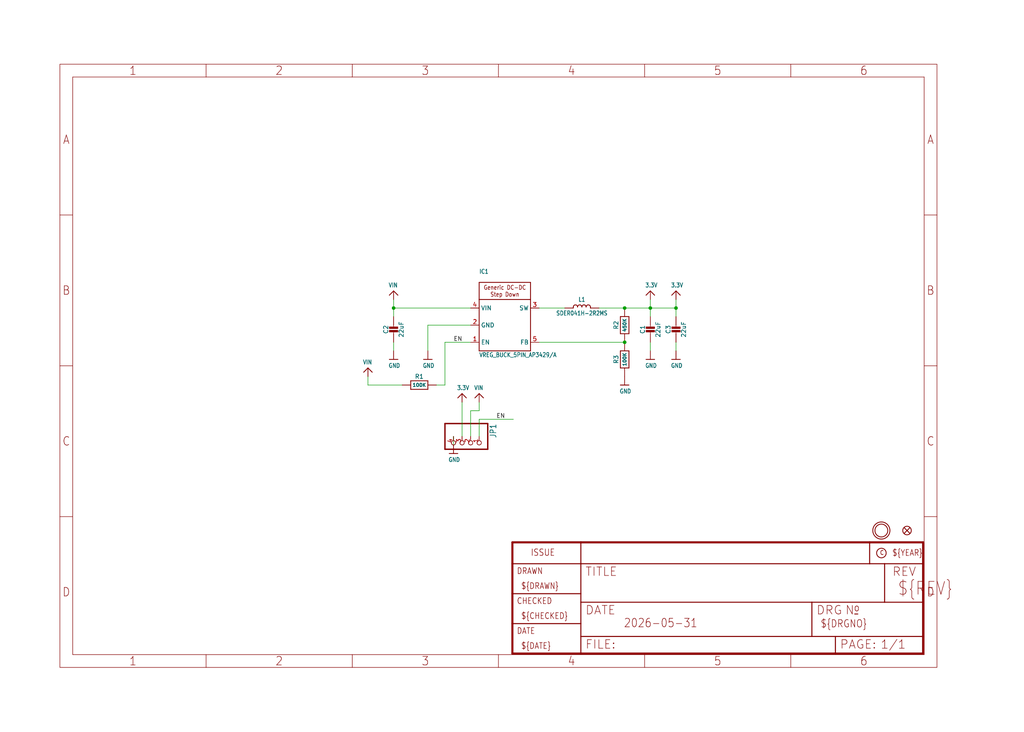
<source format=kicad_sch>
(kicad_sch (version 20230121) (generator eeschema)
  (paper "User" 303.962 217.322)
  (lib_symbols
    (symbol "working-eagle-import:3.3V" (power)
      (property "Value" "3.3V" (at -1.524 1.016 0))
      (symbol "3.3V_1_0"
        (polyline (pts (xy -1.27 -1.27) (xy 0 0)) (stroke (width 0.254)))
        (polyline (pts (xy 0 0) (xy 1.27 -1.27)) (stroke (width 0.254)))
        (pin power_in line (at 0 -2.54 90) (length 2.54) (name "3.3V") (number "1"))
      )
    )
    (symbol "working-eagle-import:CAP_CERAMIC0805-NOOUTLINE"
      (property "Reference" "C" (at -2.29 1.25 90))
      (symbol "CAP_CERAMIC0805-NOOUTLINE_1_0"
        (rectangle (start -1.27 0.508) (end 1.27 1.016) (fill (type outline)))
        (rectangle (start -1.27 1.524) (end 1.27 2.032) (fill (type outline)))
        (polyline (pts (xy 0 0.762) (xy 0 0)) (stroke (width 0.1524)))
        (polyline (pts (xy 0 2.54) (xy 0 1.778)) (stroke (width 0.1524)))
        (pin passive line (at 0 5.08 270) (length 2.54) (name "1") (number "1"))
        (pin passive line (at 0 -2.54 90) (length 2.54) (name "2") (number "2"))
      )
    )
    (symbol "working-eagle-import:FIDUCIAL_1MM"
      (symbol "FIDUCIAL_1MM_1_0"
        (polyline (pts (xy -0.762 0.762) (xy 0.762 -0.762)) (stroke (width 0.254)))
        (polyline (pts (xy 0.762 0.762) (xy -0.762 -0.762)) (stroke (width 0.254)))
        (circle (center 0 0) (radius 1.27) (stroke (width 0.254)))
      )
    )
    (symbol "working-eagle-import:FRAME_A4"
      (symbol "FRAME_A4_1_0"
        (polyline (pts (xy 0 44.7675) (xy 3.81 44.7675)))
        (polyline (pts (xy 0 89.535) (xy 3.81 89.535)))
        (polyline (pts (xy 0 134.3025) (xy 3.81 134.3025)))
        (polyline (pts (xy 3.81 3.81) (xy 3.81 175.26)))
        (polyline (pts (xy 43.3917 0) (xy 43.3917 3.81)))
        (polyline (pts (xy 43.3917 175.26) (xy 43.3917 179.07)))
        (polyline (pts (xy 86.7833 0) (xy 86.7833 3.81)))
        (polyline (pts (xy 86.7833 175.26) (xy 86.7833 179.07)))
        (polyline (pts (xy 130.175 0) (xy 130.175 3.81)))
        (polyline (pts (xy 130.175 175.26) (xy 130.175 179.07)))
        (polyline (pts (xy 173.5667 0) (xy 173.5667 3.81)))
        (polyline (pts (xy 173.5667 175.26) (xy 173.5667 179.07)))
        (polyline (pts (xy 216.9583 0) (xy 216.9583 3.81)))
        (polyline (pts (xy 216.9583 175.26) (xy 216.9583 179.07)))
        (polyline (pts (xy 256.54 3.81) (xy 3.81 3.81)))
        (polyline (pts (xy 256.54 3.81) (xy 256.54 8.89)) (stroke (width 0.1016)))
        (polyline (pts (xy 256.54 3.81) (xy 256.54 175.26)))
        (polyline (pts (xy 256.54 8.89) (xy 256.54 13.97)) (stroke (width 0.1016)))
        (polyline (pts (xy 256.54 13.97) (xy 256.54 19.05)) (stroke (width 0.1016)))
        (polyline (pts (xy 256.54 19.05) (xy 256.54 36.83)) (stroke (width 0.1016)))
        (polyline (pts (xy 256.54 44.7675) (xy 260.35 44.7675)))
        (polyline (pts (xy 256.54 89.535) (xy 260.35 89.535)))
        (polyline (pts (xy 256.54 134.3025) (xy 260.35 134.3025)))
        (polyline (pts (xy 256.54 175.26) (xy 3.81 175.26)))
        (polyline (pts (xy 0 0) (xy 260.35 0) (xy 260.35 179.07) (xy 0 179.07) (xy 0 0)))
        (text "1" (at 21.6958 1.905 0) (effects (font (size 2.54 2.286))))
        (text "1" (at 21.6958 177.165 0) (effects (font (size 2.54 2.286))))
        (text "2" (at 65.0875 1.905 0) (effects (font (size 2.54 2.286))))
        (text "2" (at 65.0875 177.165 0) (effects (font (size 2.54 2.286))))
        (text "3" (at 108.4792 1.905 0) (effects (font (size 2.54 2.286))))
        (text "3" (at 108.4792 177.165 0) (effects (font (size 2.54 2.286))))
        (text "4" (at 151.8708 1.905 0) (effects (font (size 2.54 2.286))))
        (text "4" (at 151.8708 177.165 0) (effects (font (size 2.54 2.286))))
        (text "5" (at 195.2625 1.905 0) (effects (font (size 2.54 2.286))))
        (text "5" (at 195.2625 177.165 0) (effects (font (size 2.54 2.286))))
        (text "6" (at 238.6542 1.905 0) (effects (font (size 2.54 2.286))))
        (text "6" (at 238.6542 177.165 0) (effects (font (size 2.54 2.286))))
        (text "A" (at 1.905 156.6863 0) (effects (font (size 2.54 2.286))))
        (text "A" (at 258.445 156.6863 0) (effects (font (size 2.54 2.286))))
        (text "B" (at 1.905 111.9188 0) (effects (font (size 2.54 2.286))))
        (text "B" (at 258.445 111.9188 0) (effects (font (size 2.54 2.286))))
        (text "C" (at 1.905 67.1513 0) (effects (font (size 2.54 2.286))))
        (text "C" (at 258.445 67.1513 0) (effects (font (size 2.54 2.286))))
        (text "D" (at 1.905 22.3838 0) (effects (font (size 2.54 2.286))))
        (text "D" (at 258.445 22.3838 0) (effects (font (size 2.54 2.286))))
      )
      (symbol "FRAME_A4_2_0"
        (polyline (pts (xy -0.3048 1.5748) (xy 20.0152 1.5748)) (stroke (width 0.6096)))
        (polyline (pts (xy -0.3048 10.4648) (xy -0.3048 1.5748)) (stroke (width 0.6096)))
        (polyline (pts (xy -0.3048 10.4648) (xy 20.0152 10.4648)) (stroke (width 0.3048)))
        (polyline (pts (xy -0.3048 19.3548) (xy -0.3048 10.4648)) (stroke (width 0.6096)))
        (polyline (pts (xy -0.3048 19.3548) (xy 20.0152 19.3548)) (stroke (width 0.3048)))
        (polyline (pts (xy -0.3048 28.2448) (xy -0.3048 19.3548)) (stroke (width 0.6096)))
        (polyline (pts (xy -0.3048 28.2448) (xy 20.0152 28.2448)) (stroke (width 0.3048)))
        (polyline (pts (xy -0.3048 34.5948) (xy -0.3048 28.2448)) (stroke (width 0.6096)))
        (polyline (pts (xy 20.0152 1.5748) (xy 20.0152 6.6548)) (stroke (width 0.3048)))
        (polyline (pts (xy 20.0152 1.5748) (xy 95.5802 1.5748)) (stroke (width 0.6096)))
        (polyline (pts (xy 20.0152 6.6548) (xy 20.0152 10.4648)) (stroke (width 0.3048)))
        (polyline (pts (xy 20.0152 6.6548) (xy 88.5952 6.6548)) (stroke (width 0.3048)))
        (polyline (pts (xy 20.0152 10.4648) (xy 20.0152 16.8148)) (stroke (width 0.3048)))
        (polyline (pts (xy 20.0152 16.8148) (xy 20.0152 19.3548)) (stroke (width 0.3048)))
        (polyline (pts (xy 20.0152 19.3548) (xy 20.0152 28.2448)) (stroke (width 0.3048)))
        (polyline (pts (xy 20.0152 28.2448) (xy 20.0152 34.5948)) (stroke (width 0.3048)))
        (polyline (pts (xy 20.0152 28.2448) (xy 105.7402 28.2448)) (stroke (width 0.3048)))
        (polyline (pts (xy 20.0152 34.5948) (xy -0.3048 34.5948)) (stroke (width 0.6096)))
        (polyline (pts (xy 88.5952 6.6548) (xy 95.5802 6.6548)) (stroke (width 0.3048)))
        (polyline (pts (xy 88.5952 16.8148) (xy 20.0152 16.8148)) (stroke (width 0.3048)))
        (polyline (pts (xy 88.5952 16.8148) (xy 88.5952 6.6548)) (stroke (width 0.3048)))
        (polyline (pts (xy 95.5802 1.5748) (xy 121.6152 1.5748)) (stroke (width 0.6096)))
        (polyline (pts (xy 95.5802 6.6548) (xy 95.5802 1.5748)) (stroke (width 0.3048)))
        (polyline (pts (xy 95.5802 6.6548) (xy 121.6152 6.6548)) (stroke (width 0.3048)))
        (polyline (pts (xy 101.2952 13.3223) (xy 102.2477 13.3223)) (stroke (width 0.254)))
        (polyline (pts (xy 105.7402 28.2448) (xy 105.7402 34.5948)) (stroke (width 0.3048)))
        (polyline (pts (xy 105.7402 28.2448) (xy 110.1852 28.2448)) (stroke (width 0.3048)))
        (polyline (pts (xy 105.7402 34.5948) (xy 20.0152 34.5948)) (stroke (width 0.6096)))
        (polyline (pts (xy 110.1852 16.8148) (xy 88.5952 16.8148)) (stroke (width 0.3048)))
        (polyline (pts (xy 110.1852 28.2448) (xy 110.1852 16.8148)) (stroke (width 0.3048)))
        (polyline (pts (xy 110.1852 28.2448) (xy 121.6152 28.2448)) (stroke (width 0.3048)))
        (polyline (pts (xy 121.6152 6.6548) (xy 121.6152 1.5748)) (stroke (width 0.6096)))
        (polyline (pts (xy 121.6152 16.8148) (xy 110.1852 16.8148)) (stroke (width 0.3048)))
        (polyline (pts (xy 121.6152 16.8148) (xy 121.6152 6.6548)) (stroke (width 0.6096)))
        (polyline (pts (xy 121.6152 28.2448) (xy 121.6152 16.8148)) (stroke (width 0.6096)))
        (polyline (pts (xy 121.6152 34.5948) (xy 105.7402 34.5948)) (stroke (width 0.6096)))
        (polyline (pts (xy 121.6152 34.5948) (xy 121.6152 28.2448)) (stroke (width 0.6096)))
        (circle (center 109.2327 31.4198) (radius 1.4199) (stroke (width 0.254)))
        (text "${#}/${##}" (at 108.9152 2.8448 0) (effects (font (size 2.54 2.54)) (justify left bottom)))
        (text "${CHECKED}" (at 2.2352 11.7348 0) (effects (font (size 1.778 1.5113)) (justify left bottom)))
        (text "${COMPANY}" (at 23.349 29.6735 0) (effects (font (size 3.175 2.6987) (thickness 0.5397) bold) (justify left bottom)))
        (text "${CURRENT_DATE}" (at 32.7152 9.1948 0) (effects (font (size 2.54 2.159)) (justify left bottom)))
        (text "${DATE}" (at 2.2352 2.8448 0) (effects (font (size 1.778 1.5113)) (justify left bottom)))
        (text "${DRAWN}" (at 2.2352 20.6248 0) (effects (font (size 1.778 1.5113)) (justify left bottom)))
        (text "${DRGNO}" (at 91.1352 9.1948 0) (effects (font (size 2.1844 1.8567)) (justify left bottom)))
        (text "${PROJECTNAME}" (at 33.0327 2.8448 0) (effects (font (size 2.54 2.159)) (justify left bottom)))
        (text "${REV}" (at 113.9952 18.7198 0) (effects (font (size 3.81 3.2385)) (justify left bottom)))
        (text "${YEAR}" (at 112.4077 30.4673 0) (effects (font (size 1.778 1.5113)) (justify left bottom)))
        (text "C" (at 108.7564 30.7848 0) (effects (font (size 1.27 1.0795)) (justify left bottom)))
        (text "CHECKED" (at 0.9652 16.1798 0) (effects (font (size 1.778 1.5113)) (justify left bottom)))
        (text "DATE" (at 0.9652 7.2898 0) (effects (font (size 1.778 1.5113)) (justify left bottom)))
        (text "DATE" (at 21.2852 13.0048 0) (effects (font (size 2.54 2.54)) (justify left bottom)))
        (text "DRAWN" (at 0.9652 25.0698 0) (effects (font (size 1.778 1.5113)) (justify left bottom)))
        (text "DRG" (at 89.8652 13.0048 0) (effects (font (size 2.54 2.54)) (justify left bottom)))
        (text "FILE:" (at 21.2852 2.8448 0) (effects (font (size 2.54 2.54)) (justify left bottom)))
        (text "ISSUE" (at 5.0927 30.4673 0) (effects (font (size 1.9304 1.6408)) (justify left bottom)))
        (text "N" (at 98.4377 13.0048 0) (effects (font (size 2.54 2.54)) (justify left bottom)))
        (text "o" (at 100.9777 13.9573 0) (effects (font (size 2.1844 1.8567)) (justify left bottom)))
        (text "PAGE:" (at 96.8502 2.8448 0) (effects (font (size 2.54 2.54)) (justify left bottom)))
        (text "REV" (at 112.4077 24.4348 0) (effects (font (size 2.54 2.54)) (justify left bottom)))
        (text "TITLE" (at 21.2852 24.4348 0) (effects (font (size 2.54 2.54)) (justify left bottom)))
      )
    )
    (symbol "working-eagle-import:GND" (power)
      (property "Value" "GND" (at -1.524 -2.54 0))
      (symbol "GND_1_0"
        (polyline (pts (xy -1.27 0) (xy 1.27 0)) (stroke (width 0.254)))
        (pin power_in line (at 0 2.54 270) (length 2.54) (name "GND") (number "1"))
      )
    )
    (symbol "working-eagle-import:HEADER-1X4ROUND"
      (property "Reference" "JP" (at -6.35 8.255 0))
      (symbol "HEADER-1X4ROUND_1_0"
        (polyline (pts (xy -6.35 -5.08) (xy 1.27 -5.08)) (stroke (width 0.4064)))
        (polyline (pts (xy -6.35 7.62) (xy -6.35 -5.08)) (stroke (width 0.4064)))
        (polyline (pts (xy 1.27 -5.08) (xy 1.27 7.62)) (stroke (width 0.4064)))
        (polyline (pts (xy 1.27 7.62) (xy -6.35 7.62)) (stroke (width 0.4064)))
        (pin passive inverted (at -2.54 5.08 0) (length 2.54) (name "1") (number "1"))
        (pin passive inverted (at -2.54 2.54 0) (length 2.54) (name "2") (number "2"))
        (pin passive inverted (at -2.54 0 0) (length 2.54) (name "3") (number "3"))
        (pin passive inverted (at -2.54 -2.54 0) (length 2.54) (name "4") (number "4"))
      )
    )
    (symbol "working-eagle-import:INDUCTORNRH2412T"
      (property "Reference" "L" (at 0 2.54 0))
      (symbol "INDUCTORNRH2412T_1_0"
        (arc (start -1.27 0.3173) (mid -1.9049 0.9497) (end -2.54 0.3175) (stroke (width 0.254)))
        (polyline (pts (xy -2.54 0.3175) (xy -2.54 0)) (stroke (width 0.254)))
        (polyline (pts (xy 2.54 0.3175) (xy 2.54 0)) (stroke (width 0.254)))
        (arc (start 0 0.3173) (mid -0.6349 0.9497) (end -1.27 0.3175) (stroke (width 0.254)))
        (arc (start 1.27 0.3173) (mid 0.6351 0.9497) (end 0 0.3175) (stroke (width 0.254)))
        (arc (start 2.54 0.3173) (mid 1.9051 0.9497) (end 1.27 0.3175) (stroke (width 0.254)))
        (pin passive line (at -5.08 0 0) (length 2.54) (name "1") (number "1"))
        (pin passive line (at 5.08 0 180) (length 2.54) (name "2") (number "2"))
      )
    )
    (symbol "working-eagle-import:MOUNTINGHOLE2.5"
      (symbol "MOUNTINGHOLE2.5_1_0"
        (circle (center 0 0) (radius 1.905) (stroke (width 0.254)))
        (circle (center 0 0) (radius 2.54) (stroke (width 0.254)))
      )
    )
    (symbol "working-eagle-import:RESISTOR_0603_NOOUT"
      (property "Reference" "R" (at 0 2.54 0))
      (symbol "RESISTOR_0603_NOOUT_1_0"
        (polyline (pts (xy -2.54 -1.27) (xy -2.54 1.27)) (stroke (width 0.254)))
        (polyline (pts (xy -2.54 1.27) (xy 2.54 1.27)) (stroke (width 0.254)))
        (polyline (pts (xy 2.54 -1.27) (xy -2.54 -1.27)) (stroke (width 0.254)))
        (polyline (pts (xy 2.54 1.27) (xy 2.54 -1.27)) (stroke (width 0.254)))
        (pin passive line (at -5.08 0 0) (length 2.54) (name "1") (number "1"))
        (pin passive line (at 5.08 0 180) (length 2.54) (name "2") (number "2"))
      )
    )
    (symbol "working-eagle-import:VIN" (power)
      (property "Value" "VIN" (at -1.524 1.016 0))
      (symbol "VIN_1_0"
        (polyline (pts (xy -1.27 -1.27) (xy 0 0)) (stroke (width 0.254)))
        (polyline (pts (xy 0 0) (xy 1.27 -1.27)) (stroke (width 0.254)))
        (pin power_in line (at 0 -2.54 90) (length 2.54) (name "VIN") (number "1"))
      )
    )
    (symbol "working-eagle-import:VREG_BUCK_5PIN_AP3429/A"
      (property "Reference" "IC" (at -7.62 15.24 0))
      (symbol "VREG_BUCK_5PIN_AP3429/A_1_0"
        (polyline (pts (xy -7.62 -7.62) (xy -7.62 7.62)) (stroke (width 0.254)))
        (polyline (pts (xy -7.62 -7.62) (xy 7.62 -7.62)) (stroke (width 0.254)))
        (polyline (pts (xy -7.62 7.62) (xy -7.62 12.7)) (stroke (width 0.254)))
        (polyline (pts (xy -7.62 7.62) (xy 7.62 7.62)) (stroke (width 0.254)))
        (polyline (pts (xy -7.62 12.7) (xy 7.62 12.7)) (stroke (width 0.254)))
        (polyline (pts (xy 7.62 7.62) (xy 7.62 -7.62)) (stroke (width 0.254)))
        (polyline (pts (xy 7.62 12.7) (xy 7.62 7.62)) (stroke (width 0.254)))
        (text "Generic DC-DC\nStep Down" (at 0 10.16 0) (effects (font (size 1.27 1.0795))))
        (pin input line (at -10.16 -5.08 0) (length 2.54) (name "EN") (number "1"))
        (pin power_in line (at -10.16 0 0) (length 2.54) (name "GND") (number "2"))
        (pin output line (at 10.16 5.08 180) (length 2.54) (name "SW") (number "3"))
        (pin power_in line (at -10.16 5.08 0) (length 2.54) (name "VIN") (number "4"))
        (pin power_in line (at 10.16 -5.08 180) (length 2.54) (name "FB") (number "5"))
      )
    )
  )
  (junction (at 200.66 91.44))
  (junction (at 193.04 91.44))
  (junction (at 185.42 101.6))
  (junction (at 116.84 91.44))
  (junction (at 185.42 91.44))
  (wire (pts (xy 177.8 91.44) (xy 185.42 91.44)) (stroke (width 0.1524)))
  (wire (pts (xy 137.16 129.54) (xy 137.16 119.38)) (stroke (width 0.1524)))
  (wire (pts (xy 139.7 121.92) (xy 142.24 121.92)) (stroke (width 0.1524)))
  (wire (pts (xy 160.02 101.6) (xy 185.42 101.6)) (stroke (width 0.1524)))
  (wire (pts (xy 109.22 114.3) (xy 109.22 111.76)) (stroke (width 0.1524)))
  (wire (pts (xy 193.04 101.6) (xy 193.04 104.14)) (stroke (width 0.1524)))
  (wire (pts (xy 193.04 91.44) (xy 193.04 88.9)) (stroke (width 0.1524)))
  (wire (pts (xy 200.66 101.6) (xy 200.66 104.14)) (stroke (width 0.1524)))
  (wire (pts (xy 139.7 91.44) (xy 116.84 91.44)) (stroke (width 0.1524)))
  (wire (pts (xy 193.04 91.44) (xy 200.66 91.44)) (stroke (width 0.1524)))
  (wire (pts (xy 200.66 88.9) (xy 200.66 91.44)) (stroke (width 0.1524)))
  (wire (pts (xy 132.08 114.3) (xy 129.54 114.3)) (stroke (width 0.1524)))
  (wire (pts (xy 200.66 91.44) (xy 200.66 93.98)) (stroke (width 0.1524)))
  (wire (pts (xy 167.64 91.44) (xy 160.02 91.44)) (stroke (width 0.1524)))
  (wire (pts (xy 132.08 101.6) (xy 132.08 114.3)) (stroke (width 0.1524)))
  (wire (pts (xy 185.42 91.44) (xy 193.04 91.44)) (stroke (width 0.1524)))
  (wire (pts (xy 116.84 91.44) (xy 116.84 93.98)) (stroke (width 0.1524)))
  (wire (pts (xy 139.7 96.52) (xy 127 96.52)) (stroke (width 0.1524)))
  (wire (pts (xy 193.04 91.44) (xy 193.04 93.98)) (stroke (width 0.1524)))
  (wire (pts (xy 134.62 129.54) (xy 134.62 132.08)) (stroke (width 0.1524)))
  (wire (pts (xy 152.4 124.46) (xy 142.24 124.46)) (stroke (width 0.1524)))
  (wire (pts (xy 127 96.52) (xy 127 104.14)) (stroke (width 0.1524)))
  (wire (pts (xy 142.24 129.54) (xy 142.24 124.46)) (stroke (width 0.1524)))
  (wire (pts (xy 139.7 129.54) (xy 139.7 121.92)) (stroke (width 0.1524)))
  (wire (pts (xy 116.84 91.44) (xy 116.84 88.9)) (stroke (width 0.1524)))
  (wire (pts (xy 119.38 114.3) (xy 109.22 114.3)) (stroke (width 0.1524)))
  (wire (pts (xy 142.24 121.92) (xy 142.24 119.38)) (stroke (width 0.1524)))
  (wire (pts (xy 139.7 101.6) (xy 132.08 101.6)) (stroke (width 0.1524)))
  (wire (pts (xy 116.84 101.6) (xy 116.84 104.14)) (stroke (width 0.1524)))
  (label "EN" (at 147.32 124.46 0) (effects (font (size 1.2446 1.2446))))
  (label "EN" (at 134.62 101.6 0) (effects (font (size 1.2446 1.2446))))
  (symbol (lib_id "working-eagle-import:GND") (at 200.66 106.68 0) (unit 1)
    (property "Reference" "#U$15" (effects hide))
    (property "Value" "GND" (at 199.136 109.22 0) (effects (font (size 1.27 1.0795)) (justify left bottom)))
  )
  (symbol (lib_id "working-eagle-import:3.3V") (at 137.16 116.84 0) (unit 1)
    (property "Reference" "#U$7" (effects hide))
    (property "Value" "3.3V" (at 135.636 115.824 0) (effects (font (size 1.27 1.0795)) (justify left bottom)))
  )
  (symbol (lib_id "working-eagle-import:RESISTOR_0603_NOOUT") (at 124.46 114.3 0) (unit 1)
    (property "Reference" "R1" (at 124.46 111.76 0))
    (property "Value" "100K" (at 124.46 114.3 0) (effects (font (size 1.016 1.016) bold)))
    (property "Footprint" "working:0603-NO" (effects hide))
  )
  (symbol (lib_id "working-eagle-import:RESISTOR_0603_NOOUT") (at 185.42 106.68 90) (unit 1)
    (property "Reference" "R3" (at 182.88 106.68 0))
    (property "Value" "100K" (at 185.42 106.68 0) (effects (font (size 1.016 1.016) bold)))
    (property "Footprint" "working:0603-NO" (effects hide))
  )
  (symbol (lib_id "working-eagle-import:VREG_BUCK_5PIN_AP3429/A") (at 149.86 96.52 0) (unit 1)
    (property "Reference" "IC1" (at 142.24 81.28 0) (effects (font (size 1.27 1.0795)) (justify left bottom)))
    (property "Value" "VREG_BUCK_5PIN_AP3429/A" (at 142.24 106.045 0) (effects (font (size 1.27 1.0795)) (justify left bottom)))
    (property "Footprint" "working:SOT23-5" (effects hide))
  )
  (symbol (lib_id "working-eagle-import:GND") (at 134.62 134.62 0) (unit 1)
    (property "Reference" "#U$8" (effects hide))
    (property "Value" "GND" (at 133.096 137.16 0) (effects (font (size 1.27 1.0795)) (justify left bottom)))
  )
  (symbol (lib_id "working-eagle-import:FIDUCIAL_1MM") (at 269.24 157.48 0) (unit 1)
    (property "Reference" "FID1" (effects hide))
    (property "Value" "FIDUCIAL_1MM" (effects hide))
    (property "Footprint" "working:FIDUCIAL_1MM" (effects hide))
  )
  (symbol (lib_id "working-eagle-import:3.3V") (at 200.66 86.36 0) (unit 1)
    (property "Reference" "#U$14" (effects hide))
    (property "Value" "3.3V" (at 199.136 85.344 0) (effects (font (size 1.27 1.0795)) (justify left bottom)))
  )
  (symbol (lib_id "working-eagle-import:FRAME_A4") (at 152.4 195.58 0) (unit 2)
    (property "Reference" "#FRAME1" (effects hide))
    (property "Value" "FRAME_A4" (effects hide))
  )
  (symbol (lib_id "working-eagle-import:FRAME_A4") (at 17.78 198.12 0) (unit 1)
    (property "Reference" "#FRAME1" (effects hide))
    (property "Value" "FRAME_A4" (effects hide))
  )
  (symbol (lib_id "working-eagle-import:VIN") (at 109.22 109.22 0) (unit 1)
    (property "Reference" "#U$12" (effects hide))
    (property "Value" "VIN" (at 107.696 108.204 0) (effects (font (size 1.27 1.0795)) (justify left bottom)))
  )
  (symbol (lib_id "working-eagle-import:3.3V") (at 193.04 86.36 0) (unit 1)
    (property "Reference" "#U$2" (effects hide))
    (property "Value" "3.3V" (at 191.516 85.344 0) (effects (font (size 1.27 1.0795)) (justify left bottom)))
  )
  (symbol (lib_id "working-eagle-import:GND") (at 193.04 106.68 0) (unit 1)
    (property "Reference" "#U$1" (effects hide))
    (property "Value" "GND" (at 191.516 109.22 0) (effects (font (size 1.27 1.0795)) (justify left bottom)))
  )
  (symbol (lib_id "working-eagle-import:INDUCTORNRH2412T") (at 172.72 91.44 0) (unit 1)
    (property "Reference" "L1" (at 172.72 88.9 0) (effects (font (size 1.27 1.0795))))
    (property "Value" "SDER041H-2R2MS" (at 172.72 92.98 0) (effects (font (size 1.27 1.0795))))
    (property "Footprint" "working:INDUCTOR_TAIYOYUDEN_NRH2412T" (effects hide))
  )
  (symbol (lib_id "working-eagle-import:HEADER-1X4ROUND") (at 137.16 132.08 270) (unit 1)
    (property "Reference" "JP1" (at 145.415 125.73 0) (effects (font (size 1.778 1.5113)) (justify left bottom)))
    (property "Value" "HEADER-1X4ROUND" (effects hide))
    (property "Footprint" "working:1X04_ROUND" (effects hide))
  )
  (symbol (lib_id "working-eagle-import:GND") (at 127 106.68 0) (unit 1)
    (property "Reference" "#U$5" (effects hide))
    (property "Value" "GND" (at 125.476 109.22 0) (effects (font (size 1.27 1.0795)) (justify left bottom)))
  )
  (symbol (lib_id "working-eagle-import:VIN") (at 116.84 86.36 0) (unit 1)
    (property "Reference" "#U$4" (effects hide))
    (property "Value" "VIN" (at 115.316 85.344 0) (effects (font (size 1.27 1.0795)) (justify left bottom)))
  )
  (symbol (lib_id "working-eagle-import:GND") (at 116.84 106.68 0) (unit 1)
    (property "Reference" "#U$3" (effects hide))
    (property "Value" "GND" (at 115.316 109.22 0) (effects (font (size 1.27 1.0795)) (justify left bottom)))
  )
  (symbol (lib_id "working-eagle-import:CAP_CERAMIC0805-NOOUTLINE") (at 200.66 99.06 0) (unit 1)
    (property "Reference" "C3" (at 198.37 97.81 90))
    (property "Value" "22uF" (at 202.96 97.81 90))
    (property "Footprint" "working:0805-NO" (effects hide))
  )
  (symbol (lib_id "working-eagle-import:CAP_CERAMIC0805-NOOUTLINE") (at 193.04 99.06 0) (unit 1)
    (property "Reference" "C1" (at 190.75 97.81 90))
    (property "Value" "22uF" (at 195.34 97.81 90))
    (property "Footprint" "working:0805-NO" (effects hide))
  )
  (symbol (lib_id "working-eagle-import:RESISTOR_0603_NOOUT") (at 185.42 96.52 90) (unit 1)
    (property "Reference" "R2" (at 182.88 96.52 0))
    (property "Value" "450K" (at 185.42 96.52 0) (effects (font (size 1.016 1.016) bold)))
    (property "Footprint" "working:0603-NO" (effects hide))
  )
  (symbol (lib_id "working-eagle-import:GND") (at 185.42 114.3 0) (unit 1)
    (property "Reference" "#U$13" (effects hide))
    (property "Value" "GND" (at 183.896 116.84 0) (effects (font (size 1.27 1.0795)) (justify left bottom)))
  )
  (symbol (lib_id "working-eagle-import:MOUNTINGHOLE2.5") (at 261.62 157.48 0) (unit 1)
    (property "Reference" "U$9" (effects hide))
    (property "Value" "MOUNTINGHOLE2.5" (effects hide))
    (property "Footprint" "working:MOUNTINGHOLE_2.5_PLATED" (effects hide))
  )
  (symbol (lib_id "working-eagle-import:CAP_CERAMIC0805-NOOUTLINE") (at 116.84 99.06 0) (unit 1)
    (property "Reference" "C2" (at 114.55 97.81 90))
    (property "Value" "22uF" (at 119.14 97.81 90))
    (property "Footprint" "working:0805-NO" (effects hide))
  )
  (symbol (lib_id "working-eagle-import:VIN") (at 142.24 116.84 0) (unit 1)
    (property "Reference" "#U$6" (effects hide))
    (property "Value" "VIN" (at 140.716 115.824 0) (effects (font (size 1.27 1.0795)) (justify left bottom)))
  )
)
</source>
